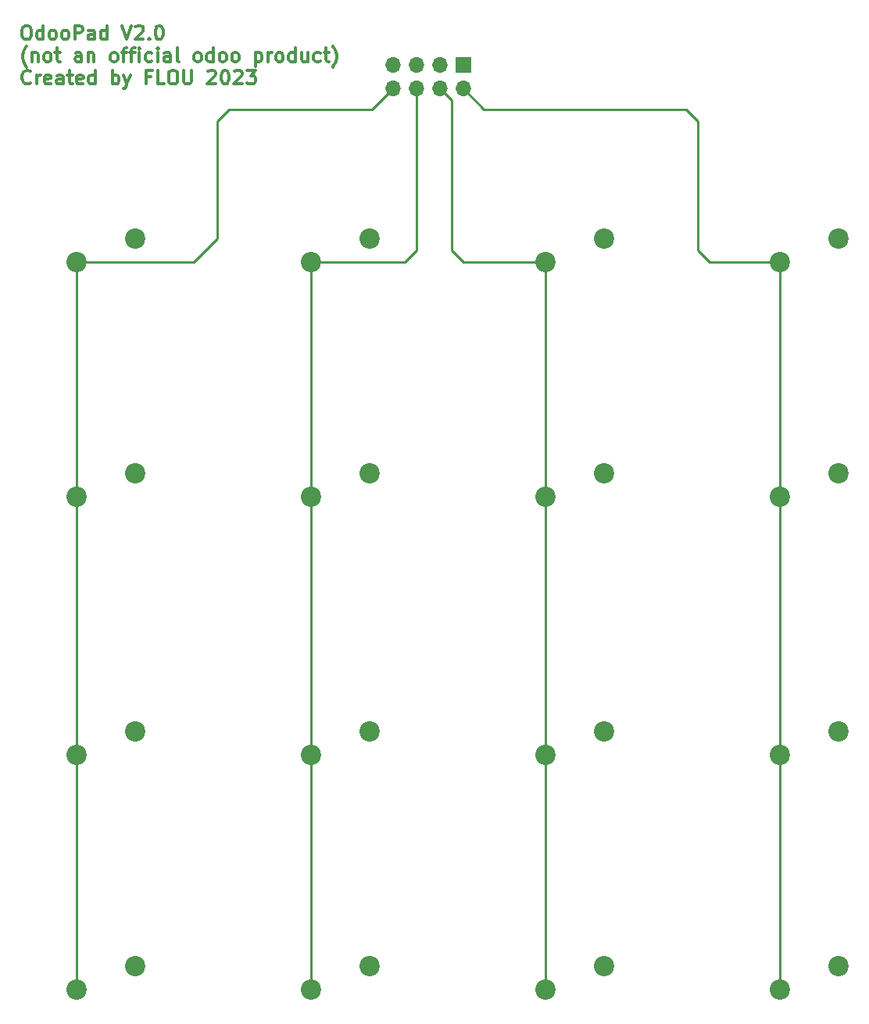
<source format=gbr>
%TF.GenerationSoftware,KiCad,Pcbnew,7.0.9-7.0.9~ubuntu22.04.1*%
%TF.CreationDate,2023-12-14T14:55:03+01:00*%
%TF.ProjectId,odooPad,6f646f6f-5061-4642-9e6b-696361645f70,rev?*%
%TF.SameCoordinates,Original*%
%TF.FileFunction,Copper,L1,Top*%
%TF.FilePolarity,Positive*%
%FSLAX46Y46*%
G04 Gerber Fmt 4.6, Leading zero omitted, Abs format (unit mm)*
G04 Created by KiCad (PCBNEW 7.0.9-7.0.9~ubuntu22.04.1) date 2023-12-14 14:55:03*
%MOMM*%
%LPD*%
G01*
G04 APERTURE LIST*
%ADD10C,0.300000*%
%TA.AperFunction,NonConductor*%
%ADD11C,0.300000*%
%TD*%
%TA.AperFunction,ComponentPad*%
%ADD12R,1.700000X1.700000*%
%TD*%
%TA.AperFunction,ComponentPad*%
%ADD13O,1.700000X1.700000*%
%TD*%
%TA.AperFunction,ComponentPad*%
%ADD14C,2.200000*%
%TD*%
%TA.AperFunction,Conductor*%
%ADD15C,0.250000*%
%TD*%
G04 APERTURE END LIST*
D10*
D11*
X98630225Y-30300828D02*
X98915939Y-30300828D01*
X98915939Y-30300828D02*
X99058796Y-30372257D01*
X99058796Y-30372257D02*
X99201653Y-30515114D01*
X99201653Y-30515114D02*
X99273082Y-30800828D01*
X99273082Y-30800828D02*
X99273082Y-31300828D01*
X99273082Y-31300828D02*
X99201653Y-31586542D01*
X99201653Y-31586542D02*
X99058796Y-31729400D01*
X99058796Y-31729400D02*
X98915939Y-31800828D01*
X98915939Y-31800828D02*
X98630225Y-31800828D01*
X98630225Y-31800828D02*
X98487368Y-31729400D01*
X98487368Y-31729400D02*
X98344510Y-31586542D01*
X98344510Y-31586542D02*
X98273082Y-31300828D01*
X98273082Y-31300828D02*
X98273082Y-30800828D01*
X98273082Y-30800828D02*
X98344510Y-30515114D01*
X98344510Y-30515114D02*
X98487368Y-30372257D01*
X98487368Y-30372257D02*
X98630225Y-30300828D01*
X100558797Y-31800828D02*
X100558797Y-30300828D01*
X100558797Y-31729400D02*
X100415939Y-31800828D01*
X100415939Y-31800828D02*
X100130225Y-31800828D01*
X100130225Y-31800828D02*
X99987368Y-31729400D01*
X99987368Y-31729400D02*
X99915939Y-31657971D01*
X99915939Y-31657971D02*
X99844511Y-31515114D01*
X99844511Y-31515114D02*
X99844511Y-31086542D01*
X99844511Y-31086542D02*
X99915939Y-30943685D01*
X99915939Y-30943685D02*
X99987368Y-30872257D01*
X99987368Y-30872257D02*
X100130225Y-30800828D01*
X100130225Y-30800828D02*
X100415939Y-30800828D01*
X100415939Y-30800828D02*
X100558797Y-30872257D01*
X101487368Y-31800828D02*
X101344511Y-31729400D01*
X101344511Y-31729400D02*
X101273082Y-31657971D01*
X101273082Y-31657971D02*
X101201654Y-31515114D01*
X101201654Y-31515114D02*
X101201654Y-31086542D01*
X101201654Y-31086542D02*
X101273082Y-30943685D01*
X101273082Y-30943685D02*
X101344511Y-30872257D01*
X101344511Y-30872257D02*
X101487368Y-30800828D01*
X101487368Y-30800828D02*
X101701654Y-30800828D01*
X101701654Y-30800828D02*
X101844511Y-30872257D01*
X101844511Y-30872257D02*
X101915940Y-30943685D01*
X101915940Y-30943685D02*
X101987368Y-31086542D01*
X101987368Y-31086542D02*
X101987368Y-31515114D01*
X101987368Y-31515114D02*
X101915940Y-31657971D01*
X101915940Y-31657971D02*
X101844511Y-31729400D01*
X101844511Y-31729400D02*
X101701654Y-31800828D01*
X101701654Y-31800828D02*
X101487368Y-31800828D01*
X102844511Y-31800828D02*
X102701654Y-31729400D01*
X102701654Y-31729400D02*
X102630225Y-31657971D01*
X102630225Y-31657971D02*
X102558797Y-31515114D01*
X102558797Y-31515114D02*
X102558797Y-31086542D01*
X102558797Y-31086542D02*
X102630225Y-30943685D01*
X102630225Y-30943685D02*
X102701654Y-30872257D01*
X102701654Y-30872257D02*
X102844511Y-30800828D01*
X102844511Y-30800828D02*
X103058797Y-30800828D01*
X103058797Y-30800828D02*
X103201654Y-30872257D01*
X103201654Y-30872257D02*
X103273083Y-30943685D01*
X103273083Y-30943685D02*
X103344511Y-31086542D01*
X103344511Y-31086542D02*
X103344511Y-31515114D01*
X103344511Y-31515114D02*
X103273083Y-31657971D01*
X103273083Y-31657971D02*
X103201654Y-31729400D01*
X103201654Y-31729400D02*
X103058797Y-31800828D01*
X103058797Y-31800828D02*
X102844511Y-31800828D01*
X103987368Y-31800828D02*
X103987368Y-30300828D01*
X103987368Y-30300828D02*
X104558797Y-30300828D01*
X104558797Y-30300828D02*
X104701654Y-30372257D01*
X104701654Y-30372257D02*
X104773083Y-30443685D01*
X104773083Y-30443685D02*
X104844511Y-30586542D01*
X104844511Y-30586542D02*
X104844511Y-30800828D01*
X104844511Y-30800828D02*
X104773083Y-30943685D01*
X104773083Y-30943685D02*
X104701654Y-31015114D01*
X104701654Y-31015114D02*
X104558797Y-31086542D01*
X104558797Y-31086542D02*
X103987368Y-31086542D01*
X106130226Y-31800828D02*
X106130226Y-31015114D01*
X106130226Y-31015114D02*
X106058797Y-30872257D01*
X106058797Y-30872257D02*
X105915940Y-30800828D01*
X105915940Y-30800828D02*
X105630226Y-30800828D01*
X105630226Y-30800828D02*
X105487368Y-30872257D01*
X106130226Y-31729400D02*
X105987368Y-31800828D01*
X105987368Y-31800828D02*
X105630226Y-31800828D01*
X105630226Y-31800828D02*
X105487368Y-31729400D01*
X105487368Y-31729400D02*
X105415940Y-31586542D01*
X105415940Y-31586542D02*
X105415940Y-31443685D01*
X105415940Y-31443685D02*
X105487368Y-31300828D01*
X105487368Y-31300828D02*
X105630226Y-31229400D01*
X105630226Y-31229400D02*
X105987368Y-31229400D01*
X105987368Y-31229400D02*
X106130226Y-31157971D01*
X107487369Y-31800828D02*
X107487369Y-30300828D01*
X107487369Y-31729400D02*
X107344511Y-31800828D01*
X107344511Y-31800828D02*
X107058797Y-31800828D01*
X107058797Y-31800828D02*
X106915940Y-31729400D01*
X106915940Y-31729400D02*
X106844511Y-31657971D01*
X106844511Y-31657971D02*
X106773083Y-31515114D01*
X106773083Y-31515114D02*
X106773083Y-31086542D01*
X106773083Y-31086542D02*
X106844511Y-30943685D01*
X106844511Y-30943685D02*
X106915940Y-30872257D01*
X106915940Y-30872257D02*
X107058797Y-30800828D01*
X107058797Y-30800828D02*
X107344511Y-30800828D01*
X107344511Y-30800828D02*
X107487369Y-30872257D01*
X109130226Y-30300828D02*
X109630226Y-31800828D01*
X109630226Y-31800828D02*
X110130226Y-30300828D01*
X110558797Y-30443685D02*
X110630225Y-30372257D01*
X110630225Y-30372257D02*
X110773083Y-30300828D01*
X110773083Y-30300828D02*
X111130225Y-30300828D01*
X111130225Y-30300828D02*
X111273083Y-30372257D01*
X111273083Y-30372257D02*
X111344511Y-30443685D01*
X111344511Y-30443685D02*
X111415940Y-30586542D01*
X111415940Y-30586542D02*
X111415940Y-30729400D01*
X111415940Y-30729400D02*
X111344511Y-30943685D01*
X111344511Y-30943685D02*
X110487368Y-31800828D01*
X110487368Y-31800828D02*
X111415940Y-31800828D01*
X112058796Y-31657971D02*
X112130225Y-31729400D01*
X112130225Y-31729400D02*
X112058796Y-31800828D01*
X112058796Y-31800828D02*
X111987368Y-31729400D01*
X111987368Y-31729400D02*
X112058796Y-31657971D01*
X112058796Y-31657971D02*
X112058796Y-31800828D01*
X113058797Y-30300828D02*
X113201654Y-30300828D01*
X113201654Y-30300828D02*
X113344511Y-30372257D01*
X113344511Y-30372257D02*
X113415940Y-30443685D01*
X113415940Y-30443685D02*
X113487368Y-30586542D01*
X113487368Y-30586542D02*
X113558797Y-30872257D01*
X113558797Y-30872257D02*
X113558797Y-31229400D01*
X113558797Y-31229400D02*
X113487368Y-31515114D01*
X113487368Y-31515114D02*
X113415940Y-31657971D01*
X113415940Y-31657971D02*
X113344511Y-31729400D01*
X113344511Y-31729400D02*
X113201654Y-31800828D01*
X113201654Y-31800828D02*
X113058797Y-31800828D01*
X113058797Y-31800828D02*
X112915940Y-31729400D01*
X112915940Y-31729400D02*
X112844511Y-31657971D01*
X112844511Y-31657971D02*
X112773082Y-31515114D01*
X112773082Y-31515114D02*
X112701654Y-31229400D01*
X112701654Y-31229400D02*
X112701654Y-30872257D01*
X112701654Y-30872257D02*
X112773082Y-30586542D01*
X112773082Y-30586542D02*
X112844511Y-30443685D01*
X112844511Y-30443685D02*
X112915940Y-30372257D01*
X112915940Y-30372257D02*
X113058797Y-30300828D01*
X98773082Y-34787257D02*
X98701653Y-34715828D01*
X98701653Y-34715828D02*
X98558796Y-34501542D01*
X98558796Y-34501542D02*
X98487368Y-34358685D01*
X98487368Y-34358685D02*
X98415939Y-34144400D01*
X98415939Y-34144400D02*
X98344510Y-33787257D01*
X98344510Y-33787257D02*
X98344510Y-33501542D01*
X98344510Y-33501542D02*
X98415939Y-33144400D01*
X98415939Y-33144400D02*
X98487368Y-32930114D01*
X98487368Y-32930114D02*
X98558796Y-32787257D01*
X98558796Y-32787257D02*
X98701653Y-32572971D01*
X98701653Y-32572971D02*
X98773082Y-32501542D01*
X99344510Y-33215828D02*
X99344510Y-34215828D01*
X99344510Y-33358685D02*
X99415939Y-33287257D01*
X99415939Y-33287257D02*
X99558796Y-33215828D01*
X99558796Y-33215828D02*
X99773082Y-33215828D01*
X99773082Y-33215828D02*
X99915939Y-33287257D01*
X99915939Y-33287257D02*
X99987368Y-33430114D01*
X99987368Y-33430114D02*
X99987368Y-34215828D01*
X100915939Y-34215828D02*
X100773082Y-34144400D01*
X100773082Y-34144400D02*
X100701653Y-34072971D01*
X100701653Y-34072971D02*
X100630225Y-33930114D01*
X100630225Y-33930114D02*
X100630225Y-33501542D01*
X100630225Y-33501542D02*
X100701653Y-33358685D01*
X100701653Y-33358685D02*
X100773082Y-33287257D01*
X100773082Y-33287257D02*
X100915939Y-33215828D01*
X100915939Y-33215828D02*
X101130225Y-33215828D01*
X101130225Y-33215828D02*
X101273082Y-33287257D01*
X101273082Y-33287257D02*
X101344511Y-33358685D01*
X101344511Y-33358685D02*
X101415939Y-33501542D01*
X101415939Y-33501542D02*
X101415939Y-33930114D01*
X101415939Y-33930114D02*
X101344511Y-34072971D01*
X101344511Y-34072971D02*
X101273082Y-34144400D01*
X101273082Y-34144400D02*
X101130225Y-34215828D01*
X101130225Y-34215828D02*
X100915939Y-34215828D01*
X101844511Y-33215828D02*
X102415939Y-33215828D01*
X102058796Y-32715828D02*
X102058796Y-34001542D01*
X102058796Y-34001542D02*
X102130225Y-34144400D01*
X102130225Y-34144400D02*
X102273082Y-34215828D01*
X102273082Y-34215828D02*
X102415939Y-34215828D01*
X104701654Y-34215828D02*
X104701654Y-33430114D01*
X104701654Y-33430114D02*
X104630225Y-33287257D01*
X104630225Y-33287257D02*
X104487368Y-33215828D01*
X104487368Y-33215828D02*
X104201654Y-33215828D01*
X104201654Y-33215828D02*
X104058796Y-33287257D01*
X104701654Y-34144400D02*
X104558796Y-34215828D01*
X104558796Y-34215828D02*
X104201654Y-34215828D01*
X104201654Y-34215828D02*
X104058796Y-34144400D01*
X104058796Y-34144400D02*
X103987368Y-34001542D01*
X103987368Y-34001542D02*
X103987368Y-33858685D01*
X103987368Y-33858685D02*
X104058796Y-33715828D01*
X104058796Y-33715828D02*
X104201654Y-33644400D01*
X104201654Y-33644400D02*
X104558796Y-33644400D01*
X104558796Y-33644400D02*
X104701654Y-33572971D01*
X105415939Y-33215828D02*
X105415939Y-34215828D01*
X105415939Y-33358685D02*
X105487368Y-33287257D01*
X105487368Y-33287257D02*
X105630225Y-33215828D01*
X105630225Y-33215828D02*
X105844511Y-33215828D01*
X105844511Y-33215828D02*
X105987368Y-33287257D01*
X105987368Y-33287257D02*
X106058797Y-33430114D01*
X106058797Y-33430114D02*
X106058797Y-34215828D01*
X108130225Y-34215828D02*
X107987368Y-34144400D01*
X107987368Y-34144400D02*
X107915939Y-34072971D01*
X107915939Y-34072971D02*
X107844511Y-33930114D01*
X107844511Y-33930114D02*
X107844511Y-33501542D01*
X107844511Y-33501542D02*
X107915939Y-33358685D01*
X107915939Y-33358685D02*
X107987368Y-33287257D01*
X107987368Y-33287257D02*
X108130225Y-33215828D01*
X108130225Y-33215828D02*
X108344511Y-33215828D01*
X108344511Y-33215828D02*
X108487368Y-33287257D01*
X108487368Y-33287257D02*
X108558797Y-33358685D01*
X108558797Y-33358685D02*
X108630225Y-33501542D01*
X108630225Y-33501542D02*
X108630225Y-33930114D01*
X108630225Y-33930114D02*
X108558797Y-34072971D01*
X108558797Y-34072971D02*
X108487368Y-34144400D01*
X108487368Y-34144400D02*
X108344511Y-34215828D01*
X108344511Y-34215828D02*
X108130225Y-34215828D01*
X109058797Y-33215828D02*
X109630225Y-33215828D01*
X109273082Y-34215828D02*
X109273082Y-32930114D01*
X109273082Y-32930114D02*
X109344511Y-32787257D01*
X109344511Y-32787257D02*
X109487368Y-32715828D01*
X109487368Y-32715828D02*
X109630225Y-32715828D01*
X109915940Y-33215828D02*
X110487368Y-33215828D01*
X110130225Y-34215828D02*
X110130225Y-32930114D01*
X110130225Y-32930114D02*
X110201654Y-32787257D01*
X110201654Y-32787257D02*
X110344511Y-32715828D01*
X110344511Y-32715828D02*
X110487368Y-32715828D01*
X110987368Y-34215828D02*
X110987368Y-33215828D01*
X110987368Y-32715828D02*
X110915940Y-32787257D01*
X110915940Y-32787257D02*
X110987368Y-32858685D01*
X110987368Y-32858685D02*
X111058797Y-32787257D01*
X111058797Y-32787257D02*
X110987368Y-32715828D01*
X110987368Y-32715828D02*
X110987368Y-32858685D01*
X112344512Y-34144400D02*
X112201654Y-34215828D01*
X112201654Y-34215828D02*
X111915940Y-34215828D01*
X111915940Y-34215828D02*
X111773083Y-34144400D01*
X111773083Y-34144400D02*
X111701654Y-34072971D01*
X111701654Y-34072971D02*
X111630226Y-33930114D01*
X111630226Y-33930114D02*
X111630226Y-33501542D01*
X111630226Y-33501542D02*
X111701654Y-33358685D01*
X111701654Y-33358685D02*
X111773083Y-33287257D01*
X111773083Y-33287257D02*
X111915940Y-33215828D01*
X111915940Y-33215828D02*
X112201654Y-33215828D01*
X112201654Y-33215828D02*
X112344512Y-33287257D01*
X112987368Y-34215828D02*
X112987368Y-33215828D01*
X112987368Y-32715828D02*
X112915940Y-32787257D01*
X112915940Y-32787257D02*
X112987368Y-32858685D01*
X112987368Y-32858685D02*
X113058797Y-32787257D01*
X113058797Y-32787257D02*
X112987368Y-32715828D01*
X112987368Y-32715828D02*
X112987368Y-32858685D01*
X114344512Y-34215828D02*
X114344512Y-33430114D01*
X114344512Y-33430114D02*
X114273083Y-33287257D01*
X114273083Y-33287257D02*
X114130226Y-33215828D01*
X114130226Y-33215828D02*
X113844512Y-33215828D01*
X113844512Y-33215828D02*
X113701654Y-33287257D01*
X114344512Y-34144400D02*
X114201654Y-34215828D01*
X114201654Y-34215828D02*
X113844512Y-34215828D01*
X113844512Y-34215828D02*
X113701654Y-34144400D01*
X113701654Y-34144400D02*
X113630226Y-34001542D01*
X113630226Y-34001542D02*
X113630226Y-33858685D01*
X113630226Y-33858685D02*
X113701654Y-33715828D01*
X113701654Y-33715828D02*
X113844512Y-33644400D01*
X113844512Y-33644400D02*
X114201654Y-33644400D01*
X114201654Y-33644400D02*
X114344512Y-33572971D01*
X115273083Y-34215828D02*
X115130226Y-34144400D01*
X115130226Y-34144400D02*
X115058797Y-34001542D01*
X115058797Y-34001542D02*
X115058797Y-32715828D01*
X117201654Y-34215828D02*
X117058797Y-34144400D01*
X117058797Y-34144400D02*
X116987368Y-34072971D01*
X116987368Y-34072971D02*
X116915940Y-33930114D01*
X116915940Y-33930114D02*
X116915940Y-33501542D01*
X116915940Y-33501542D02*
X116987368Y-33358685D01*
X116987368Y-33358685D02*
X117058797Y-33287257D01*
X117058797Y-33287257D02*
X117201654Y-33215828D01*
X117201654Y-33215828D02*
X117415940Y-33215828D01*
X117415940Y-33215828D02*
X117558797Y-33287257D01*
X117558797Y-33287257D02*
X117630226Y-33358685D01*
X117630226Y-33358685D02*
X117701654Y-33501542D01*
X117701654Y-33501542D02*
X117701654Y-33930114D01*
X117701654Y-33930114D02*
X117630226Y-34072971D01*
X117630226Y-34072971D02*
X117558797Y-34144400D01*
X117558797Y-34144400D02*
X117415940Y-34215828D01*
X117415940Y-34215828D02*
X117201654Y-34215828D01*
X118987369Y-34215828D02*
X118987369Y-32715828D01*
X118987369Y-34144400D02*
X118844511Y-34215828D01*
X118844511Y-34215828D02*
X118558797Y-34215828D01*
X118558797Y-34215828D02*
X118415940Y-34144400D01*
X118415940Y-34144400D02*
X118344511Y-34072971D01*
X118344511Y-34072971D02*
X118273083Y-33930114D01*
X118273083Y-33930114D02*
X118273083Y-33501542D01*
X118273083Y-33501542D02*
X118344511Y-33358685D01*
X118344511Y-33358685D02*
X118415940Y-33287257D01*
X118415940Y-33287257D02*
X118558797Y-33215828D01*
X118558797Y-33215828D02*
X118844511Y-33215828D01*
X118844511Y-33215828D02*
X118987369Y-33287257D01*
X119915940Y-34215828D02*
X119773083Y-34144400D01*
X119773083Y-34144400D02*
X119701654Y-34072971D01*
X119701654Y-34072971D02*
X119630226Y-33930114D01*
X119630226Y-33930114D02*
X119630226Y-33501542D01*
X119630226Y-33501542D02*
X119701654Y-33358685D01*
X119701654Y-33358685D02*
X119773083Y-33287257D01*
X119773083Y-33287257D02*
X119915940Y-33215828D01*
X119915940Y-33215828D02*
X120130226Y-33215828D01*
X120130226Y-33215828D02*
X120273083Y-33287257D01*
X120273083Y-33287257D02*
X120344512Y-33358685D01*
X120344512Y-33358685D02*
X120415940Y-33501542D01*
X120415940Y-33501542D02*
X120415940Y-33930114D01*
X120415940Y-33930114D02*
X120344512Y-34072971D01*
X120344512Y-34072971D02*
X120273083Y-34144400D01*
X120273083Y-34144400D02*
X120130226Y-34215828D01*
X120130226Y-34215828D02*
X119915940Y-34215828D01*
X121273083Y-34215828D02*
X121130226Y-34144400D01*
X121130226Y-34144400D02*
X121058797Y-34072971D01*
X121058797Y-34072971D02*
X120987369Y-33930114D01*
X120987369Y-33930114D02*
X120987369Y-33501542D01*
X120987369Y-33501542D02*
X121058797Y-33358685D01*
X121058797Y-33358685D02*
X121130226Y-33287257D01*
X121130226Y-33287257D02*
X121273083Y-33215828D01*
X121273083Y-33215828D02*
X121487369Y-33215828D01*
X121487369Y-33215828D02*
X121630226Y-33287257D01*
X121630226Y-33287257D02*
X121701655Y-33358685D01*
X121701655Y-33358685D02*
X121773083Y-33501542D01*
X121773083Y-33501542D02*
X121773083Y-33930114D01*
X121773083Y-33930114D02*
X121701655Y-34072971D01*
X121701655Y-34072971D02*
X121630226Y-34144400D01*
X121630226Y-34144400D02*
X121487369Y-34215828D01*
X121487369Y-34215828D02*
X121273083Y-34215828D01*
X123558797Y-33215828D02*
X123558797Y-34715828D01*
X123558797Y-33287257D02*
X123701655Y-33215828D01*
X123701655Y-33215828D02*
X123987369Y-33215828D01*
X123987369Y-33215828D02*
X124130226Y-33287257D01*
X124130226Y-33287257D02*
X124201655Y-33358685D01*
X124201655Y-33358685D02*
X124273083Y-33501542D01*
X124273083Y-33501542D02*
X124273083Y-33930114D01*
X124273083Y-33930114D02*
X124201655Y-34072971D01*
X124201655Y-34072971D02*
X124130226Y-34144400D01*
X124130226Y-34144400D02*
X123987369Y-34215828D01*
X123987369Y-34215828D02*
X123701655Y-34215828D01*
X123701655Y-34215828D02*
X123558797Y-34144400D01*
X124915940Y-34215828D02*
X124915940Y-33215828D01*
X124915940Y-33501542D02*
X124987369Y-33358685D01*
X124987369Y-33358685D02*
X125058798Y-33287257D01*
X125058798Y-33287257D02*
X125201655Y-33215828D01*
X125201655Y-33215828D02*
X125344512Y-33215828D01*
X126058797Y-34215828D02*
X125915940Y-34144400D01*
X125915940Y-34144400D02*
X125844511Y-34072971D01*
X125844511Y-34072971D02*
X125773083Y-33930114D01*
X125773083Y-33930114D02*
X125773083Y-33501542D01*
X125773083Y-33501542D02*
X125844511Y-33358685D01*
X125844511Y-33358685D02*
X125915940Y-33287257D01*
X125915940Y-33287257D02*
X126058797Y-33215828D01*
X126058797Y-33215828D02*
X126273083Y-33215828D01*
X126273083Y-33215828D02*
X126415940Y-33287257D01*
X126415940Y-33287257D02*
X126487369Y-33358685D01*
X126487369Y-33358685D02*
X126558797Y-33501542D01*
X126558797Y-33501542D02*
X126558797Y-33930114D01*
X126558797Y-33930114D02*
X126487369Y-34072971D01*
X126487369Y-34072971D02*
X126415940Y-34144400D01*
X126415940Y-34144400D02*
X126273083Y-34215828D01*
X126273083Y-34215828D02*
X126058797Y-34215828D01*
X127844512Y-34215828D02*
X127844512Y-32715828D01*
X127844512Y-34144400D02*
X127701654Y-34215828D01*
X127701654Y-34215828D02*
X127415940Y-34215828D01*
X127415940Y-34215828D02*
X127273083Y-34144400D01*
X127273083Y-34144400D02*
X127201654Y-34072971D01*
X127201654Y-34072971D02*
X127130226Y-33930114D01*
X127130226Y-33930114D02*
X127130226Y-33501542D01*
X127130226Y-33501542D02*
X127201654Y-33358685D01*
X127201654Y-33358685D02*
X127273083Y-33287257D01*
X127273083Y-33287257D02*
X127415940Y-33215828D01*
X127415940Y-33215828D02*
X127701654Y-33215828D01*
X127701654Y-33215828D02*
X127844512Y-33287257D01*
X129201655Y-33215828D02*
X129201655Y-34215828D01*
X128558797Y-33215828D02*
X128558797Y-34001542D01*
X128558797Y-34001542D02*
X128630226Y-34144400D01*
X128630226Y-34144400D02*
X128773083Y-34215828D01*
X128773083Y-34215828D02*
X128987369Y-34215828D01*
X128987369Y-34215828D02*
X129130226Y-34144400D01*
X129130226Y-34144400D02*
X129201655Y-34072971D01*
X130558798Y-34144400D02*
X130415940Y-34215828D01*
X130415940Y-34215828D02*
X130130226Y-34215828D01*
X130130226Y-34215828D02*
X129987369Y-34144400D01*
X129987369Y-34144400D02*
X129915940Y-34072971D01*
X129915940Y-34072971D02*
X129844512Y-33930114D01*
X129844512Y-33930114D02*
X129844512Y-33501542D01*
X129844512Y-33501542D02*
X129915940Y-33358685D01*
X129915940Y-33358685D02*
X129987369Y-33287257D01*
X129987369Y-33287257D02*
X130130226Y-33215828D01*
X130130226Y-33215828D02*
X130415940Y-33215828D01*
X130415940Y-33215828D02*
X130558798Y-33287257D01*
X130987369Y-33215828D02*
X131558797Y-33215828D01*
X131201654Y-32715828D02*
X131201654Y-34001542D01*
X131201654Y-34001542D02*
X131273083Y-34144400D01*
X131273083Y-34144400D02*
X131415940Y-34215828D01*
X131415940Y-34215828D02*
X131558797Y-34215828D01*
X131915940Y-34787257D02*
X131987369Y-34715828D01*
X131987369Y-34715828D02*
X132130226Y-34501542D01*
X132130226Y-34501542D02*
X132201655Y-34358685D01*
X132201655Y-34358685D02*
X132273083Y-34144400D01*
X132273083Y-34144400D02*
X132344512Y-33787257D01*
X132344512Y-33787257D02*
X132344512Y-33501542D01*
X132344512Y-33501542D02*
X132273083Y-33144400D01*
X132273083Y-33144400D02*
X132201655Y-32930114D01*
X132201655Y-32930114D02*
X132130226Y-32787257D01*
X132130226Y-32787257D02*
X131987369Y-32572971D01*
X131987369Y-32572971D02*
X131915940Y-32501542D01*
X99201653Y-36487971D02*
X99130225Y-36559400D01*
X99130225Y-36559400D02*
X98915939Y-36630828D01*
X98915939Y-36630828D02*
X98773082Y-36630828D01*
X98773082Y-36630828D02*
X98558796Y-36559400D01*
X98558796Y-36559400D02*
X98415939Y-36416542D01*
X98415939Y-36416542D02*
X98344510Y-36273685D01*
X98344510Y-36273685D02*
X98273082Y-35987971D01*
X98273082Y-35987971D02*
X98273082Y-35773685D01*
X98273082Y-35773685D02*
X98344510Y-35487971D01*
X98344510Y-35487971D02*
X98415939Y-35345114D01*
X98415939Y-35345114D02*
X98558796Y-35202257D01*
X98558796Y-35202257D02*
X98773082Y-35130828D01*
X98773082Y-35130828D02*
X98915939Y-35130828D01*
X98915939Y-35130828D02*
X99130225Y-35202257D01*
X99130225Y-35202257D02*
X99201653Y-35273685D01*
X99844510Y-36630828D02*
X99844510Y-35630828D01*
X99844510Y-35916542D02*
X99915939Y-35773685D01*
X99915939Y-35773685D02*
X99987368Y-35702257D01*
X99987368Y-35702257D02*
X100130225Y-35630828D01*
X100130225Y-35630828D02*
X100273082Y-35630828D01*
X101344510Y-36559400D02*
X101201653Y-36630828D01*
X101201653Y-36630828D02*
X100915939Y-36630828D01*
X100915939Y-36630828D02*
X100773081Y-36559400D01*
X100773081Y-36559400D02*
X100701653Y-36416542D01*
X100701653Y-36416542D02*
X100701653Y-35845114D01*
X100701653Y-35845114D02*
X100773081Y-35702257D01*
X100773081Y-35702257D02*
X100915939Y-35630828D01*
X100915939Y-35630828D02*
X101201653Y-35630828D01*
X101201653Y-35630828D02*
X101344510Y-35702257D01*
X101344510Y-35702257D02*
X101415939Y-35845114D01*
X101415939Y-35845114D02*
X101415939Y-35987971D01*
X101415939Y-35987971D02*
X100701653Y-36130828D01*
X102701653Y-36630828D02*
X102701653Y-35845114D01*
X102701653Y-35845114D02*
X102630224Y-35702257D01*
X102630224Y-35702257D02*
X102487367Y-35630828D01*
X102487367Y-35630828D02*
X102201653Y-35630828D01*
X102201653Y-35630828D02*
X102058795Y-35702257D01*
X102701653Y-36559400D02*
X102558795Y-36630828D01*
X102558795Y-36630828D02*
X102201653Y-36630828D01*
X102201653Y-36630828D02*
X102058795Y-36559400D01*
X102058795Y-36559400D02*
X101987367Y-36416542D01*
X101987367Y-36416542D02*
X101987367Y-36273685D01*
X101987367Y-36273685D02*
X102058795Y-36130828D01*
X102058795Y-36130828D02*
X102201653Y-36059400D01*
X102201653Y-36059400D02*
X102558795Y-36059400D01*
X102558795Y-36059400D02*
X102701653Y-35987971D01*
X103201653Y-35630828D02*
X103773081Y-35630828D01*
X103415938Y-35130828D02*
X103415938Y-36416542D01*
X103415938Y-36416542D02*
X103487367Y-36559400D01*
X103487367Y-36559400D02*
X103630224Y-36630828D01*
X103630224Y-36630828D02*
X103773081Y-36630828D01*
X104844510Y-36559400D02*
X104701653Y-36630828D01*
X104701653Y-36630828D02*
X104415939Y-36630828D01*
X104415939Y-36630828D02*
X104273081Y-36559400D01*
X104273081Y-36559400D02*
X104201653Y-36416542D01*
X104201653Y-36416542D02*
X104201653Y-35845114D01*
X104201653Y-35845114D02*
X104273081Y-35702257D01*
X104273081Y-35702257D02*
X104415939Y-35630828D01*
X104415939Y-35630828D02*
X104701653Y-35630828D01*
X104701653Y-35630828D02*
X104844510Y-35702257D01*
X104844510Y-35702257D02*
X104915939Y-35845114D01*
X104915939Y-35845114D02*
X104915939Y-35987971D01*
X104915939Y-35987971D02*
X104201653Y-36130828D01*
X106201653Y-36630828D02*
X106201653Y-35130828D01*
X106201653Y-36559400D02*
X106058795Y-36630828D01*
X106058795Y-36630828D02*
X105773081Y-36630828D01*
X105773081Y-36630828D02*
X105630224Y-36559400D01*
X105630224Y-36559400D02*
X105558795Y-36487971D01*
X105558795Y-36487971D02*
X105487367Y-36345114D01*
X105487367Y-36345114D02*
X105487367Y-35916542D01*
X105487367Y-35916542D02*
X105558795Y-35773685D01*
X105558795Y-35773685D02*
X105630224Y-35702257D01*
X105630224Y-35702257D02*
X105773081Y-35630828D01*
X105773081Y-35630828D02*
X106058795Y-35630828D01*
X106058795Y-35630828D02*
X106201653Y-35702257D01*
X108058795Y-36630828D02*
X108058795Y-35130828D01*
X108058795Y-35702257D02*
X108201653Y-35630828D01*
X108201653Y-35630828D02*
X108487367Y-35630828D01*
X108487367Y-35630828D02*
X108630224Y-35702257D01*
X108630224Y-35702257D02*
X108701653Y-35773685D01*
X108701653Y-35773685D02*
X108773081Y-35916542D01*
X108773081Y-35916542D02*
X108773081Y-36345114D01*
X108773081Y-36345114D02*
X108701653Y-36487971D01*
X108701653Y-36487971D02*
X108630224Y-36559400D01*
X108630224Y-36559400D02*
X108487367Y-36630828D01*
X108487367Y-36630828D02*
X108201653Y-36630828D01*
X108201653Y-36630828D02*
X108058795Y-36559400D01*
X109273081Y-35630828D02*
X109630224Y-36630828D01*
X109987367Y-35630828D02*
X109630224Y-36630828D01*
X109630224Y-36630828D02*
X109487367Y-36987971D01*
X109487367Y-36987971D02*
X109415938Y-37059400D01*
X109415938Y-37059400D02*
X109273081Y-37130828D01*
X112201652Y-35845114D02*
X111701652Y-35845114D01*
X111701652Y-36630828D02*
X111701652Y-35130828D01*
X111701652Y-35130828D02*
X112415938Y-35130828D01*
X113701652Y-36630828D02*
X112987366Y-36630828D01*
X112987366Y-36630828D02*
X112987366Y-35130828D01*
X114487367Y-35130828D02*
X114773081Y-35130828D01*
X114773081Y-35130828D02*
X114915938Y-35202257D01*
X114915938Y-35202257D02*
X115058795Y-35345114D01*
X115058795Y-35345114D02*
X115130224Y-35630828D01*
X115130224Y-35630828D02*
X115130224Y-36130828D01*
X115130224Y-36130828D02*
X115058795Y-36416542D01*
X115058795Y-36416542D02*
X114915938Y-36559400D01*
X114915938Y-36559400D02*
X114773081Y-36630828D01*
X114773081Y-36630828D02*
X114487367Y-36630828D01*
X114487367Y-36630828D02*
X114344510Y-36559400D01*
X114344510Y-36559400D02*
X114201652Y-36416542D01*
X114201652Y-36416542D02*
X114130224Y-36130828D01*
X114130224Y-36130828D02*
X114130224Y-35630828D01*
X114130224Y-35630828D02*
X114201652Y-35345114D01*
X114201652Y-35345114D02*
X114344510Y-35202257D01*
X114344510Y-35202257D02*
X114487367Y-35130828D01*
X115773081Y-35130828D02*
X115773081Y-36345114D01*
X115773081Y-36345114D02*
X115844510Y-36487971D01*
X115844510Y-36487971D02*
X115915939Y-36559400D01*
X115915939Y-36559400D02*
X116058796Y-36630828D01*
X116058796Y-36630828D02*
X116344510Y-36630828D01*
X116344510Y-36630828D02*
X116487367Y-36559400D01*
X116487367Y-36559400D02*
X116558796Y-36487971D01*
X116558796Y-36487971D02*
X116630224Y-36345114D01*
X116630224Y-36345114D02*
X116630224Y-35130828D01*
X118415939Y-35273685D02*
X118487367Y-35202257D01*
X118487367Y-35202257D02*
X118630225Y-35130828D01*
X118630225Y-35130828D02*
X118987367Y-35130828D01*
X118987367Y-35130828D02*
X119130225Y-35202257D01*
X119130225Y-35202257D02*
X119201653Y-35273685D01*
X119201653Y-35273685D02*
X119273082Y-35416542D01*
X119273082Y-35416542D02*
X119273082Y-35559400D01*
X119273082Y-35559400D02*
X119201653Y-35773685D01*
X119201653Y-35773685D02*
X118344510Y-36630828D01*
X118344510Y-36630828D02*
X119273082Y-36630828D01*
X120201653Y-35130828D02*
X120344510Y-35130828D01*
X120344510Y-35130828D02*
X120487367Y-35202257D01*
X120487367Y-35202257D02*
X120558796Y-35273685D01*
X120558796Y-35273685D02*
X120630224Y-35416542D01*
X120630224Y-35416542D02*
X120701653Y-35702257D01*
X120701653Y-35702257D02*
X120701653Y-36059400D01*
X120701653Y-36059400D02*
X120630224Y-36345114D01*
X120630224Y-36345114D02*
X120558796Y-36487971D01*
X120558796Y-36487971D02*
X120487367Y-36559400D01*
X120487367Y-36559400D02*
X120344510Y-36630828D01*
X120344510Y-36630828D02*
X120201653Y-36630828D01*
X120201653Y-36630828D02*
X120058796Y-36559400D01*
X120058796Y-36559400D02*
X119987367Y-36487971D01*
X119987367Y-36487971D02*
X119915938Y-36345114D01*
X119915938Y-36345114D02*
X119844510Y-36059400D01*
X119844510Y-36059400D02*
X119844510Y-35702257D01*
X119844510Y-35702257D02*
X119915938Y-35416542D01*
X119915938Y-35416542D02*
X119987367Y-35273685D01*
X119987367Y-35273685D02*
X120058796Y-35202257D01*
X120058796Y-35202257D02*
X120201653Y-35130828D01*
X121273081Y-35273685D02*
X121344509Y-35202257D01*
X121344509Y-35202257D02*
X121487367Y-35130828D01*
X121487367Y-35130828D02*
X121844509Y-35130828D01*
X121844509Y-35130828D02*
X121987367Y-35202257D01*
X121987367Y-35202257D02*
X122058795Y-35273685D01*
X122058795Y-35273685D02*
X122130224Y-35416542D01*
X122130224Y-35416542D02*
X122130224Y-35559400D01*
X122130224Y-35559400D02*
X122058795Y-35773685D01*
X122058795Y-35773685D02*
X121201652Y-36630828D01*
X121201652Y-36630828D02*
X122130224Y-36630828D01*
X122630223Y-35130828D02*
X123558795Y-35130828D01*
X123558795Y-35130828D02*
X123058795Y-35702257D01*
X123058795Y-35702257D02*
X123273080Y-35702257D01*
X123273080Y-35702257D02*
X123415938Y-35773685D01*
X123415938Y-35773685D02*
X123487366Y-35845114D01*
X123487366Y-35845114D02*
X123558795Y-35987971D01*
X123558795Y-35987971D02*
X123558795Y-36345114D01*
X123558795Y-36345114D02*
X123487366Y-36487971D01*
X123487366Y-36487971D02*
X123415938Y-36559400D01*
X123415938Y-36559400D02*
X123273080Y-36630828D01*
X123273080Y-36630828D02*
X122844509Y-36630828D01*
X122844509Y-36630828D02*
X122701652Y-36559400D01*
X122701652Y-36559400D02*
X122630223Y-36487971D01*
D12*
%TO.P,Connector1,1,Pin_1*%
%TO.N,Net-(Connector1-Pin_1)*%
X146050000Y-34560000D03*
D13*
%TO.P,Connector1,2,Pin_2*%
%TO.N,Net-(Connector1-Pin_2)*%
X146050000Y-37100000D03*
%TO.P,Connector1,3,Pin_3*%
%TO.N,Net-(Connector1-Pin_3)*%
X143510000Y-34560000D03*
%TO.P,Connector1,4,Pin_4*%
%TO.N,Net-(Connector1-Pin_4)*%
X143510000Y-37100000D03*
%TO.P,Connector1,5,Pin_5*%
%TO.N,Net-(Connector1-Pin_5)*%
X140970000Y-34560000D03*
%TO.P,Connector1,6,Pin_6*%
%TO.N,Net-(Connector1-Pin_6)*%
X140970000Y-37100000D03*
%TO.P,Connector1,7,Pin_7*%
%TO.N,Net-(Connector1-Pin_7)*%
X138430000Y-34560000D03*
%TO.P,Connector1,8,Pin_8*%
%TO.N,Net-(Connector1-Pin_8)*%
X138430000Y-37100000D03*
%TD*%
D14*
%TO.P,SW12,1,1*%
%TO.N,Net-(Connector1-Pin_4)*%
X154940000Y-134620000D03*
%TO.P,SW12,2,2*%
%TO.N,Net-(D12-A)*%
X161290000Y-132080000D03*
%TD*%
%TO.P,SW13,1,1*%
%TO.N,Net-(Connector1-Pin_2)*%
X180340000Y-55880000D03*
%TO.P,SW13,2,2*%
%TO.N,Net-(D13-A)*%
X186690000Y-53340000D03*
%TD*%
%TO.P,SW6,1,1*%
%TO.N,Net-(Connector1-Pin_6)*%
X129540000Y-81280000D03*
%TO.P,SW6,2,2*%
%TO.N,Net-(D6-A)*%
X135890000Y-78740000D03*
%TD*%
%TO.P,SW1,2,2*%
%TO.N,Net-(D1-A)*%
X110490000Y-53340000D03*
%TO.P,SW1,1,1*%
%TO.N,Net-(Connector1-Pin_8)*%
X104140000Y-55880000D03*
%TD*%
%TO.P,SW15,1,1*%
%TO.N,Net-(Connector1-Pin_2)*%
X180340000Y-109220000D03*
%TO.P,SW15,2,2*%
%TO.N,Net-(D15-A)*%
X186690000Y-106680000D03*
%TD*%
%TO.P,SW16,1,1*%
%TO.N,Net-(Connector1-Pin_2)*%
X180340000Y-134620000D03*
%TO.P,SW16,2,2*%
%TO.N,Net-(D16-A)*%
X186690000Y-132080000D03*
%TD*%
%TO.P,SW9,1,1*%
%TO.N,Net-(Connector1-Pin_4)*%
X154940000Y-55880000D03*
%TO.P,SW9,2,2*%
%TO.N,Net-(D9-A)*%
X161290000Y-53340000D03*
%TD*%
%TO.P,SW8,1,1*%
%TO.N,Net-(Connector1-Pin_6)*%
X129540000Y-134620000D03*
%TO.P,SW8,2,2*%
%TO.N,Net-(D8-A)*%
X135890000Y-132080000D03*
%TD*%
%TO.P,SW5,1,1*%
%TO.N,Net-(Connector1-Pin_6)*%
X129540000Y-55880000D03*
%TO.P,SW5,2,2*%
%TO.N,Net-(D5-A)*%
X135890000Y-53340000D03*
%TD*%
%TO.P,SW7,1,1*%
%TO.N,Net-(Connector1-Pin_6)*%
X129540000Y-109220000D03*
%TO.P,SW7,2,2*%
%TO.N,Net-(D7-A)*%
X135890000Y-106680000D03*
%TD*%
%TO.P,SW14,1,1*%
%TO.N,Net-(Connector1-Pin_2)*%
X180340000Y-81280000D03*
%TO.P,SW14,2,2*%
%TO.N,Net-(D14-A)*%
X186690000Y-78740000D03*
%TD*%
%TO.P,SW3,1,1*%
%TO.N,Net-(Connector1-Pin_8)*%
X104140000Y-109220000D03*
%TO.P,SW3,2,2*%
%TO.N,Net-(D3-A)*%
X110490000Y-106680000D03*
%TD*%
%TO.P,SW11,1,1*%
%TO.N,Net-(Connector1-Pin_4)*%
X154940000Y-109220000D03*
%TO.P,SW11,2,2*%
%TO.N,Net-(D11-A)*%
X161290000Y-106680000D03*
%TD*%
%TO.P,SW4,1,1*%
%TO.N,Net-(Connector1-Pin_8)*%
X104140000Y-134620000D03*
%TO.P,SW4,2,2*%
%TO.N,Net-(D4-A)*%
X110490000Y-132080000D03*
%TD*%
%TO.P,SW10,1,1*%
%TO.N,Net-(Connector1-Pin_4)*%
X154940000Y-81280000D03*
%TO.P,SW10,2,2*%
%TO.N,Net-(D10-A)*%
X161290000Y-78740000D03*
%TD*%
%TO.P,SW2,1,1*%
%TO.N,Net-(Connector1-Pin_8)*%
X104140000Y-81280000D03*
%TO.P,SW2,2,2*%
%TO.N,Net-(D2-A)*%
X110490000Y-78740000D03*
%TD*%
D15*
%TO.N,Net-(Connector1-Pin_8)*%
X120650000Y-39370000D02*
X136160000Y-39370000D01*
X136160000Y-39370000D02*
X138430000Y-37100000D01*
%TO.N,Net-(Connector1-Pin_6)*%
X129540000Y-55880000D02*
X139700000Y-55880000D01*
X139700000Y-55880000D02*
X140970000Y-54610000D01*
X140970000Y-54610000D02*
X140970000Y-37100000D01*
%TO.N,Net-(Connector1-Pin_4)*%
X154940000Y-55880000D02*
X146050000Y-55880000D01*
X146050000Y-55880000D02*
X144780000Y-54610000D01*
X144780000Y-54610000D02*
X144780000Y-38370000D01*
X144780000Y-38370000D02*
X143510000Y-37100000D01*
%TO.N,Net-(Connector1-Pin_2)*%
X180340000Y-55880000D02*
X172720000Y-55880000D01*
X172720000Y-55880000D02*
X171450000Y-54610000D01*
X171450000Y-54610000D02*
X171450000Y-40640000D01*
X171450000Y-40640000D02*
X170180000Y-39370000D01*
X170180000Y-39370000D02*
X148320000Y-39370000D01*
X148320000Y-39370000D02*
X146050000Y-37100000D01*
X180340000Y-55880000D02*
X180340000Y-134620000D01*
%TO.N,Net-(Connector1-Pin_4)*%
X154940000Y-55880000D02*
X154940000Y-134620000D01*
%TO.N,Net-(Connector1-Pin_8)*%
X104140000Y-55880000D02*
X116840000Y-55880000D01*
X119380000Y-40640000D02*
X120650000Y-39370000D01*
X116840000Y-55880000D02*
X119380000Y-53340000D01*
X119380000Y-53340000D02*
X119380000Y-40640000D01*
X104140000Y-81280000D02*
X104140000Y-134620000D01*
X104140000Y-55880000D02*
X104140000Y-81280000D01*
%TO.N,Net-(Connector1-Pin_6)*%
X129540000Y-55880000D02*
X129540000Y-134620000D01*
%TD*%
M02*

</source>
